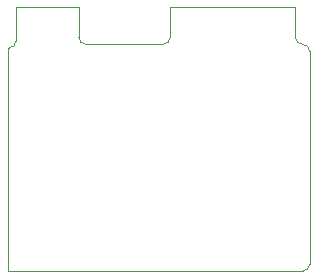
<source format=gbr>
%TF.GenerationSoftware,KiCad,Pcbnew,5.1.9*%
%TF.CreationDate,2021-01-20T22:35:35+01:00*%
%TF.ProjectId,wi-se-rewirable,77692d73-652d-4726-9577-697261626c65,rev?*%
%TF.SameCoordinates,Original*%
%TF.FileFunction,Profile,NP*%
%FSLAX46Y46*%
G04 Gerber Fmt 4.6, Leading zero omitted, Abs format (unit mm)*
G04 Created by KiCad (PCBNEW 5.1.9) date 2021-01-20 22:35:35*
%MOMM*%
%LPD*%
G01*
G04 APERTURE LIST*
%TA.AperFunction,Profile*%
%ADD10C,0.050000*%
%TD*%
G04 APERTURE END LIST*
D10*
X102650000Y-67050000D02*
X102750000Y-67050000D01*
X103350000Y-63600000D02*
X103350000Y-66450000D01*
X103350000Y-66450000D02*
G75*
G02*
X102750000Y-67050000I-600000J0D01*
G01*
X108650000Y-63600000D02*
X108650000Y-66150000D01*
X109250000Y-66750000D02*
G75*
G02*
X108650000Y-66150000I0J600000D01*
G01*
X115800000Y-66750000D02*
X109250000Y-66750000D01*
X116400000Y-63600000D02*
X116400000Y-66150000D01*
X116400000Y-66150000D02*
G75*
G02*
X115800000Y-66750000I-600000J0D01*
G01*
X127600000Y-85950000D02*
X102650000Y-85950000D01*
X128200000Y-85350000D02*
G75*
G02*
X127600000Y-85950000I-600000J0D01*
G01*
X128200000Y-67350000D02*
X128200000Y-85350000D01*
X127000000Y-65650000D02*
X127000000Y-66150000D01*
X127600000Y-66750000D02*
G75*
G02*
X128200000Y-67350000I0J-600000D01*
G01*
X127600000Y-66750000D02*
G75*
G02*
X127000000Y-66150000I0J600000D01*
G01*
X102650000Y-67050000D02*
X102650000Y-85950000D01*
X108650000Y-63600000D02*
X103350000Y-63600000D01*
X127000000Y-63600000D02*
X116400000Y-63600000D01*
X127000000Y-65650000D02*
X127000000Y-63600000D01*
M02*

</source>
